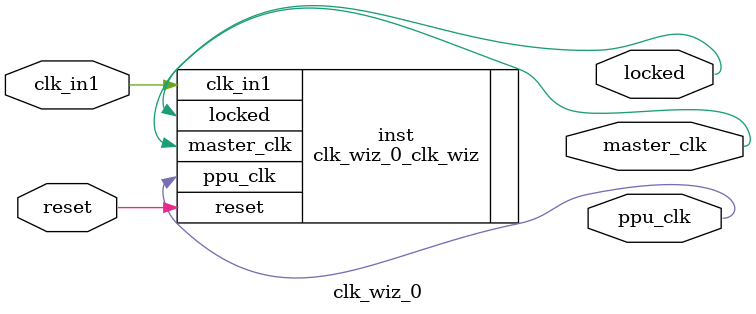
<source format=v>


`timescale 1ps/1ps

(* CORE_GENERATION_INFO = "clk_wiz_0,clk_wiz_v6_0_11_0_0,{component_name=clk_wiz_0,use_phase_alignment=true,use_min_o_jitter=false,use_max_i_jitter=false,use_dyn_phase_shift=false,use_inclk_switchover=false,use_dyn_reconfig=false,enable_axi=0,feedback_source=FDBK_AUTO,PRIMITIVE=MMCM,num_out_clk=2,clkin1_period=10.000,clkin2_period=10.000,use_power_down=false,use_reset=true,use_locked=true,use_inclk_stopped=false,feedback_type=SINGLE,CLOCK_MGR_TYPE=NA,manual_override=false}" *)

module clk_wiz_0 
 (
  // Clock out ports
  output        master_clk,
  output        ppu_clk,
  // Status and control signals
  input         reset,
  output        locked,
 // Clock in ports
  input         clk_in1
 );

  clk_wiz_0_clk_wiz inst
  (
  // Clock out ports  
  .master_clk(master_clk),
  .ppu_clk(ppu_clk),
  // Status and control signals               
  .reset(reset), 
  .locked(locked),
 // Clock in ports
  .clk_in1(clk_in1)
  );

endmodule

</source>
